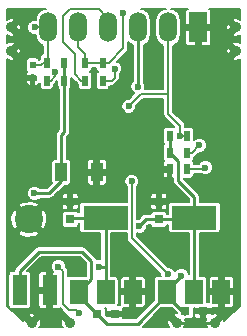
<source format=gbl>
G04 #@! TF.FileFunction,Copper,L2,Bot,Signal*
%FSLAX46Y46*%
G04 Gerber Fmt 4.6, Leading zero omitted, Abs format (unit mm)*
G04 Created by KiCad (PCBNEW 4.0.7-e2-6376~58~ubuntu17.04.1) date Tue Dec 26 12:58:55 2017*
%MOMM*%
%LPD*%
G01*
G04 APERTURE LIST*
%ADD10C,0.100000*%
%ADD11R,1.000000X1.600000*%
%ADD12R,0.500000X0.600000*%
%ADD13R,0.800000X0.750000*%
%ADD14R,0.750000X0.800000*%
%ADD15R,0.500000X0.900000*%
%ADD16R,3.800000X2.000000*%
%ADD17R,1.500000X2.000000*%
%ADD18R,1.270000X2.540000*%
%ADD19R,1.524000X2.524000*%
%ADD20O,1.524000X2.524000*%
%ADD21C,2.400000*%
%ADD22C,0.900000*%
%ADD23C,0.600000*%
%ADD24C,0.250000*%
%ADD25C,0.180000*%
G04 APERTURE END LIST*
D10*
D11*
X151000000Y-119250000D03*
X154000000Y-119250000D03*
D12*
X148590000Y-110194000D03*
X148590000Y-111294000D03*
D13*
X163000000Y-131000000D03*
X161500000Y-131000000D03*
D14*
X159250000Y-121750000D03*
X159250000Y-123250000D03*
D13*
X155500000Y-131250000D03*
X154000000Y-131250000D03*
D14*
X151750000Y-121750000D03*
X151750000Y-123250000D03*
D15*
X151250000Y-110000000D03*
X149750000Y-110000000D03*
X160159000Y-116205000D03*
X161659000Y-116205000D03*
X160159000Y-117602000D03*
X161659000Y-117602000D03*
X151245000Y-111506000D03*
X149745000Y-111506000D03*
X160159000Y-118999000D03*
X161659000Y-118999000D03*
X153000000Y-110000000D03*
X154500000Y-110000000D03*
X153000000Y-111500000D03*
X154500000Y-111500000D03*
D16*
X162250000Y-123100000D03*
D17*
X162250000Y-129400000D03*
X159950000Y-129400000D03*
X164550000Y-129400000D03*
D16*
X154750000Y-123100000D03*
D17*
X154750000Y-129400000D03*
X152450000Y-129400000D03*
X157050000Y-129400000D03*
D18*
X147480000Y-129250000D03*
X150020000Y-129250000D03*
D19*
X162600000Y-107000000D03*
D20*
X160060000Y-107000000D03*
X157520000Y-107000000D03*
X154980000Y-107000000D03*
X152440000Y-107000000D03*
X149900000Y-107000000D03*
D21*
X148250000Y-123250000D03*
D22*
X146750000Y-107000000D03*
X165750000Y-107000000D03*
X146750000Y-109000000D03*
X165750000Y-109000000D03*
X148500000Y-132000000D03*
X164000000Y-132000000D03*
X151750000Y-132000000D03*
X160750000Y-132000000D03*
D23*
X157607000Y-123825000D03*
X148717000Y-121031000D03*
X158966000Y-108949000D03*
X158966000Y-124951000D03*
X150495000Y-113030000D03*
X159131000Y-113919000D03*
X165862000Y-121158000D03*
X155448000Y-125095000D03*
X150622000Y-131318000D03*
X164536000Y-131064000D03*
X156718000Y-131064000D03*
X148750000Y-107000000D03*
X161163000Y-128016000D03*
X154178000Y-127254000D03*
X156250000Y-105750000D03*
X157480000Y-112014000D03*
X156718000Y-113665000D03*
X161036000Y-116205000D03*
X150749000Y-127254000D03*
X152527000Y-131191000D03*
X156972000Y-120015000D03*
X160020000Y-127889000D03*
X162687000Y-116967000D03*
X150495000Y-110744000D03*
X163195000Y-118872000D03*
X155500000Y-110500000D03*
D24*
X151250000Y-110000000D02*
X151250000Y-111501000D01*
X151250000Y-111501000D02*
X151257000Y-111508000D01*
X151257000Y-111508000D02*
X151257000Y-115824000D01*
X151257000Y-115824000D02*
X151000000Y-116081000D01*
X151000000Y-116081000D02*
X151000000Y-119250000D01*
X158182000Y-123250000D02*
X159250000Y-123250000D01*
X157607000Y-123825000D02*
X158182000Y-123250000D01*
X162250000Y-123100000D02*
X162250000Y-121356000D01*
X160909000Y-118352000D02*
X160159000Y-117602000D01*
X160909000Y-120015000D02*
X160909000Y-118352000D01*
X162250000Y-121356000D02*
X160909000Y-120015000D01*
X160159000Y-116205000D02*
X160159000Y-117602000D01*
X159250000Y-123250000D02*
X162100000Y-123250000D01*
X162100000Y-123250000D02*
X162250000Y-123100000D01*
X149987000Y-121031000D02*
X151000000Y-120018000D01*
X148717000Y-121031000D02*
X149987000Y-121031000D01*
X151000000Y-120018000D02*
X151000000Y-119250000D01*
X151000000Y-120018000D02*
X151000000Y-119250000D01*
X162250000Y-129400000D02*
X162250000Y-123100000D01*
X148590000Y-112268000D02*
X149352000Y-113030000D01*
X149352000Y-113030000D02*
X150495000Y-113030000D01*
X148590000Y-112268000D02*
X148590000Y-111294000D01*
X160750000Y-132000000D02*
X163000000Y-132000000D01*
X164000000Y-132000000D02*
X163000000Y-132000000D01*
X163000000Y-132000000D02*
X163000000Y-131000000D01*
X159250000Y-121750000D02*
X159750000Y-121750000D01*
X160159000Y-121341000D02*
X160159000Y-118999000D01*
X159750000Y-121750000D02*
X160159000Y-121341000D01*
X154000000Y-119000000D02*
X154000000Y-119250000D01*
X162600000Y-107000000D02*
X162600000Y-109000000D01*
X165862000Y-112262000D02*
X162600000Y-109000000D01*
X165862000Y-112262000D02*
X165862000Y-121158000D01*
X157927500Y-119186500D02*
X158115000Y-118999000D01*
X158115000Y-118999000D02*
X158115000Y-114935000D01*
X158115000Y-114935000D02*
X159131000Y-113919000D01*
X157921500Y-119186500D02*
X157927500Y-119186500D01*
X160159000Y-118999000D02*
X158109000Y-118999000D01*
X158109000Y-118999000D02*
X157921500Y-119186500D01*
X157921500Y-119186500D02*
X157858000Y-119250000D01*
X164550000Y-129400000D02*
X165494000Y-129400000D01*
X165862000Y-129032000D02*
X165862000Y-121158000D01*
X165494000Y-129400000D02*
X165862000Y-129032000D01*
X159250000Y-121750000D02*
X159250000Y-120642000D01*
X157858000Y-119250000D02*
X154000000Y-119250000D01*
X159250000Y-120642000D02*
X157858000Y-119250000D01*
X151750000Y-121750000D02*
X151554000Y-121750000D01*
X157050000Y-129400000D02*
X157050000Y-126697000D01*
X157050000Y-126697000D02*
X155448000Y-125095000D01*
X154000000Y-119250000D02*
X154000000Y-119500000D01*
X150020000Y-129250000D02*
X150020000Y-130716000D01*
X150020000Y-130716000D02*
X150622000Y-131318000D01*
X164536000Y-131064000D02*
X164550000Y-131050000D01*
X164550000Y-131050000D02*
X164550000Y-129400000D01*
X164550000Y-129400000D02*
X164550000Y-129700000D01*
X157050000Y-129400000D02*
X157050000Y-129700000D01*
D25*
X149750000Y-110000000D02*
X149461000Y-110000000D01*
X149267000Y-110194000D02*
X148590000Y-110194000D01*
X149461000Y-110000000D02*
X149267000Y-110194000D01*
X149900000Y-107000000D02*
X149900000Y-109850000D01*
X149900000Y-109850000D02*
X149750000Y-110000000D01*
X148750000Y-107000000D02*
X149900000Y-107000000D01*
D24*
X159950000Y-129229000D02*
X161163000Y-128016000D01*
X159950000Y-129229000D02*
X159950000Y-129400000D01*
X147480000Y-129250000D02*
X147480000Y-127602000D01*
X153543000Y-128307000D02*
X152450000Y-129400000D01*
X153543000Y-126746000D02*
X153543000Y-128307000D01*
X152781000Y-125984000D02*
X153543000Y-126746000D01*
X149098000Y-125984000D02*
X152781000Y-125984000D01*
X147480000Y-127602000D02*
X149098000Y-125984000D01*
X159950000Y-129400000D02*
X159950000Y-129610000D01*
X159950000Y-129610000D02*
X157480000Y-132080000D01*
X154830000Y-132080000D02*
X154000000Y-131250000D01*
X157480000Y-132080000D02*
X154830000Y-132080000D01*
X159950000Y-129400000D02*
X159950000Y-129700000D01*
X159950000Y-129700000D02*
X161500000Y-131250000D01*
X152450000Y-129400000D02*
X152450000Y-129700000D01*
X152450000Y-129700000D02*
X154000000Y-131250000D01*
X154750000Y-123100000D02*
X151900000Y-123100000D01*
X151900000Y-123100000D02*
X151750000Y-123250000D01*
X154178000Y-127254000D02*
X154750000Y-127254000D01*
X154750000Y-127254000D02*
X154686000Y-127254000D01*
X154686000Y-127254000D02*
X154750000Y-127254000D01*
X154750000Y-129400000D02*
X154750000Y-127254000D01*
X154750000Y-127254000D02*
X154750000Y-123100000D01*
D25*
X154500000Y-110000000D02*
X153000000Y-110000000D01*
X153000000Y-110000000D02*
X153000000Y-109250000D01*
X153000000Y-109250000D02*
X152440000Y-108690000D01*
X152440000Y-108690000D02*
X152440000Y-107000000D01*
X154500000Y-110000000D02*
X155000000Y-110000000D01*
X156250000Y-108750000D02*
X156250000Y-105750000D01*
X155000000Y-110000000D02*
X156250000Y-108750000D01*
X153000000Y-111500000D02*
X152700000Y-111500000D01*
X154150000Y-105450000D02*
X154980000Y-106280000D01*
X151750000Y-105450000D02*
X154150000Y-105450000D01*
X151150000Y-106050000D02*
X151750000Y-105450000D01*
X151150000Y-108250000D02*
X151150000Y-106050000D01*
X152150000Y-109250000D02*
X151150000Y-108250000D01*
X152150000Y-110950000D02*
X152150000Y-109250000D01*
X152700000Y-111500000D02*
X152150000Y-110950000D01*
X154980000Y-106280000D02*
X154980000Y-107000000D01*
X154980000Y-107520000D02*
X154980000Y-107000000D01*
D24*
X157520000Y-111974000D02*
X157520000Y-107000000D01*
X157480000Y-112014000D02*
X157520000Y-111974000D01*
D25*
X157734000Y-112649000D02*
X160060000Y-112649000D01*
X156718000Y-113665000D02*
X157734000Y-112649000D01*
X160060000Y-107000000D02*
X160060000Y-112649000D01*
X160060000Y-112649000D02*
X160060000Y-114340000D01*
X161036000Y-115316000D02*
X161036000Y-116205000D01*
X160060000Y-114340000D02*
X161036000Y-115316000D01*
X161659000Y-116205000D02*
X161036000Y-116205000D01*
X151130000Y-127635000D02*
X150749000Y-127254000D01*
X151130000Y-130429000D02*
X151130000Y-127635000D01*
X151638000Y-130937000D02*
X151130000Y-130429000D01*
X152273000Y-130937000D02*
X151638000Y-130937000D01*
X152527000Y-131191000D02*
X152273000Y-130937000D01*
X156972000Y-124841000D02*
X156972000Y-120015000D01*
X160020000Y-127889000D02*
X156972000Y-124841000D01*
X161659000Y-117602000D02*
X162052000Y-117602000D01*
X162052000Y-117602000D02*
X162687000Y-116967000D01*
X149745000Y-111506000D02*
X150114000Y-111506000D01*
X150495000Y-111125000D02*
X150495000Y-110744000D01*
X150114000Y-111506000D02*
X150495000Y-111125000D01*
X149745000Y-111506000D02*
X149745000Y-111748000D01*
X161659000Y-118999000D02*
X163068000Y-118999000D01*
X163068000Y-118999000D02*
X163195000Y-118872000D01*
X155500000Y-110500000D02*
X155500000Y-111250000D01*
X155500000Y-111250000D02*
X155250000Y-111500000D01*
X155250000Y-111500000D02*
X154500000Y-111500000D01*
G36*
X161645406Y-105449762D02*
X161549762Y-105545405D01*
X161498000Y-105670370D01*
X161498000Y-106705000D01*
X161583000Y-106790000D01*
X162390000Y-106790000D01*
X162390000Y-106770000D01*
X162810000Y-106770000D01*
X162810000Y-106790000D01*
X163617000Y-106790000D01*
X163702000Y-106705000D01*
X163702000Y-105670370D01*
X163650238Y-105545405D01*
X163554594Y-105449762D01*
X163470671Y-105415000D01*
X166085000Y-105415000D01*
X166085000Y-106355497D01*
X166037180Y-106247457D01*
X165727334Y-106194842D01*
X165462820Y-106247457D01*
X165411159Y-106364175D01*
X165750000Y-106703015D01*
X165764142Y-106688873D01*
X166061127Y-106985858D01*
X166046985Y-107000000D01*
X166061127Y-107014142D01*
X165764142Y-107311127D01*
X165750000Y-107296985D01*
X165411159Y-107635825D01*
X165462820Y-107752543D01*
X165772666Y-107805158D01*
X166037180Y-107752543D01*
X166085000Y-107644503D01*
X166085000Y-108355497D01*
X166037180Y-108247457D01*
X165727334Y-108194842D01*
X165462820Y-108247457D01*
X165411159Y-108364175D01*
X165750000Y-108703015D01*
X165764142Y-108688873D01*
X166061127Y-108985858D01*
X166046985Y-109000000D01*
X166061127Y-109014142D01*
X165764142Y-109311127D01*
X165750000Y-109296985D01*
X165411159Y-109635825D01*
X165462820Y-109752543D01*
X165772666Y-109805158D01*
X166037180Y-109752543D01*
X166085000Y-109644503D01*
X166085000Y-130578102D01*
X164785350Y-131877752D01*
X164752543Y-131712820D01*
X164635825Y-131661159D01*
X164296985Y-132000000D01*
X164311127Y-132014142D01*
X164014142Y-132311127D01*
X164000000Y-132296985D01*
X163985858Y-132311127D01*
X163688873Y-132014142D01*
X163703015Y-132000000D01*
X163688873Y-131985858D01*
X163985858Y-131688873D01*
X164000000Y-131703015D01*
X164338841Y-131364175D01*
X164287180Y-131247457D01*
X163977334Y-131194842D01*
X163714602Y-131247102D01*
X163655000Y-131187500D01*
X163200000Y-131187500D01*
X163200000Y-131630000D01*
X163271970Y-131701970D01*
X163247457Y-131712820D01*
X163194842Y-132022666D01*
X163247457Y-132287180D01*
X163355497Y-132335000D01*
X161394503Y-132335000D01*
X161502543Y-132287180D01*
X161555158Y-131977334D01*
X161504301Y-131721660D01*
X161900000Y-131721660D01*
X162025996Y-131697952D01*
X162141716Y-131623489D01*
X162219348Y-131509870D01*
X162246660Y-131375000D01*
X162246660Y-131272500D01*
X162260000Y-131272500D01*
X162260000Y-131442630D01*
X162311762Y-131567595D01*
X162407406Y-131663238D01*
X162532370Y-131715000D01*
X162715000Y-131715000D01*
X162800000Y-131630000D01*
X162800000Y-131187500D01*
X162345000Y-131187500D01*
X162260000Y-131272500D01*
X162246660Y-131272500D01*
X162246660Y-130746660D01*
X162279160Y-130746660D01*
X162345000Y-130812500D01*
X162800000Y-130812500D01*
X162800000Y-130770000D01*
X163200000Y-130770000D01*
X163200000Y-130812500D01*
X163655000Y-130812500D01*
X163728926Y-130738574D01*
X163732370Y-130740000D01*
X164255000Y-130740000D01*
X164340000Y-130655000D01*
X164340000Y-129610000D01*
X164760000Y-129610000D01*
X164760000Y-130655000D01*
X164845000Y-130740000D01*
X165367630Y-130740000D01*
X165492595Y-130688238D01*
X165588238Y-130592594D01*
X165640000Y-130467630D01*
X165640000Y-129695000D01*
X165555000Y-129610000D01*
X164760000Y-129610000D01*
X164340000Y-129610000D01*
X163545000Y-129610000D01*
X163460000Y-129695000D01*
X163460000Y-130285000D01*
X163346660Y-130285000D01*
X163346660Y-128400000D01*
X163333935Y-128332370D01*
X163460000Y-128332370D01*
X163460000Y-129105000D01*
X163545000Y-129190000D01*
X164340000Y-129190000D01*
X164340000Y-128145000D01*
X164760000Y-128145000D01*
X164760000Y-129190000D01*
X165555000Y-129190000D01*
X165640000Y-129105000D01*
X165640000Y-128332370D01*
X165588238Y-128207406D01*
X165492595Y-128111762D01*
X165367630Y-128060000D01*
X164845000Y-128060000D01*
X164760000Y-128145000D01*
X164340000Y-128145000D01*
X164255000Y-128060000D01*
X163732370Y-128060000D01*
X163607405Y-128111762D01*
X163511762Y-128207406D01*
X163460000Y-128332370D01*
X163333935Y-128332370D01*
X163322952Y-128274004D01*
X163248489Y-128158284D01*
X163134870Y-128080652D01*
X163000000Y-128053340D01*
X162715000Y-128053340D01*
X162715000Y-124446660D01*
X164150000Y-124446660D01*
X164275996Y-124422952D01*
X164391716Y-124348489D01*
X164469348Y-124234870D01*
X164496660Y-124100000D01*
X164496660Y-122100000D01*
X164472952Y-121974004D01*
X164398489Y-121858284D01*
X164284870Y-121780652D01*
X164150000Y-121753340D01*
X162715000Y-121753340D01*
X162715000Y-121356000D01*
X162679604Y-121178052D01*
X162578805Y-121027195D01*
X162578802Y-121027193D01*
X161374000Y-119822390D01*
X161374000Y-119788572D01*
X161409000Y-119795660D01*
X161909000Y-119795660D01*
X162034996Y-119771952D01*
X162150716Y-119697489D01*
X162228348Y-119583870D01*
X162255660Y-119449000D01*
X162255660Y-119429000D01*
X162867521Y-119429000D01*
X163067138Y-119511888D01*
X163321745Y-119512111D01*
X163557057Y-119414882D01*
X163737249Y-119235004D01*
X163834888Y-118999862D01*
X163835111Y-118745255D01*
X163737882Y-118509943D01*
X163558004Y-118329751D01*
X163322862Y-118232112D01*
X163068255Y-118231889D01*
X162832943Y-118329118D01*
X162652751Y-118508996D01*
X162627835Y-118569000D01*
X162255660Y-118569000D01*
X162255660Y-118549000D01*
X162231952Y-118423004D01*
X162157489Y-118307284D01*
X162149082Y-118301540D01*
X162150716Y-118300489D01*
X162228348Y-118186870D01*
X162255660Y-118052000D01*
X162255660Y-117973138D01*
X162356056Y-117906056D01*
X162655140Y-117606972D01*
X162813745Y-117607111D01*
X163049057Y-117509882D01*
X163229249Y-117330004D01*
X163326888Y-117094862D01*
X163327111Y-116840255D01*
X163229882Y-116604943D01*
X163050004Y-116424751D01*
X162814862Y-116327112D01*
X162560255Y-116326889D01*
X162324943Y-116424118D01*
X162255660Y-116493280D01*
X162255660Y-115755000D01*
X162231952Y-115629004D01*
X162157489Y-115513284D01*
X162043870Y-115435652D01*
X161909000Y-115408340D01*
X161466000Y-115408340D01*
X161466000Y-115316000D01*
X161433268Y-115151446D01*
X161340056Y-115011944D01*
X160490000Y-114161888D01*
X160490000Y-109022666D01*
X164944842Y-109022666D01*
X164997457Y-109287180D01*
X165114175Y-109338841D01*
X165453015Y-109000000D01*
X165114175Y-108661159D01*
X164997457Y-108712820D01*
X164944842Y-109022666D01*
X160490000Y-109022666D01*
X160490000Y-108543965D01*
X160839232Y-108310617D01*
X161078115Y-107953102D01*
X161162000Y-107531385D01*
X161162000Y-107295000D01*
X161498000Y-107295000D01*
X161498000Y-108329630D01*
X161549762Y-108454595D01*
X161645406Y-108550238D01*
X161770370Y-108602000D01*
X162305000Y-108602000D01*
X162390000Y-108517000D01*
X162390000Y-107210000D01*
X162810000Y-107210000D01*
X162810000Y-108517000D01*
X162895000Y-108602000D01*
X163429630Y-108602000D01*
X163554594Y-108550238D01*
X163650238Y-108454595D01*
X163702000Y-108329630D01*
X163702000Y-107295000D01*
X163617000Y-107210000D01*
X162810000Y-107210000D01*
X162390000Y-107210000D01*
X161583000Y-107210000D01*
X161498000Y-107295000D01*
X161162000Y-107295000D01*
X161162000Y-107022666D01*
X164944842Y-107022666D01*
X164997457Y-107287180D01*
X165114175Y-107338841D01*
X165453015Y-107000000D01*
X165114175Y-106661159D01*
X164997457Y-106712820D01*
X164944842Y-107022666D01*
X161162000Y-107022666D01*
X161162000Y-106468615D01*
X161078115Y-106046898D01*
X160839232Y-105689383D01*
X160481717Y-105450500D01*
X160303247Y-105415000D01*
X161729329Y-105415000D01*
X161645406Y-105449762D01*
X161645406Y-105449762D01*
G37*
X161645406Y-105449762D02*
X161549762Y-105545405D01*
X161498000Y-105670370D01*
X161498000Y-106705000D01*
X161583000Y-106790000D01*
X162390000Y-106790000D01*
X162390000Y-106770000D01*
X162810000Y-106770000D01*
X162810000Y-106790000D01*
X163617000Y-106790000D01*
X163702000Y-106705000D01*
X163702000Y-105670370D01*
X163650238Y-105545405D01*
X163554594Y-105449762D01*
X163470671Y-105415000D01*
X166085000Y-105415000D01*
X166085000Y-106355497D01*
X166037180Y-106247457D01*
X165727334Y-106194842D01*
X165462820Y-106247457D01*
X165411159Y-106364175D01*
X165750000Y-106703015D01*
X165764142Y-106688873D01*
X166061127Y-106985858D01*
X166046985Y-107000000D01*
X166061127Y-107014142D01*
X165764142Y-107311127D01*
X165750000Y-107296985D01*
X165411159Y-107635825D01*
X165462820Y-107752543D01*
X165772666Y-107805158D01*
X166037180Y-107752543D01*
X166085000Y-107644503D01*
X166085000Y-108355497D01*
X166037180Y-108247457D01*
X165727334Y-108194842D01*
X165462820Y-108247457D01*
X165411159Y-108364175D01*
X165750000Y-108703015D01*
X165764142Y-108688873D01*
X166061127Y-108985858D01*
X166046985Y-109000000D01*
X166061127Y-109014142D01*
X165764142Y-109311127D01*
X165750000Y-109296985D01*
X165411159Y-109635825D01*
X165462820Y-109752543D01*
X165772666Y-109805158D01*
X166037180Y-109752543D01*
X166085000Y-109644503D01*
X166085000Y-130578102D01*
X164785350Y-131877752D01*
X164752543Y-131712820D01*
X164635825Y-131661159D01*
X164296985Y-132000000D01*
X164311127Y-132014142D01*
X164014142Y-132311127D01*
X164000000Y-132296985D01*
X163985858Y-132311127D01*
X163688873Y-132014142D01*
X163703015Y-132000000D01*
X163688873Y-131985858D01*
X163985858Y-131688873D01*
X164000000Y-131703015D01*
X164338841Y-131364175D01*
X164287180Y-131247457D01*
X163977334Y-131194842D01*
X163714602Y-131247102D01*
X163655000Y-131187500D01*
X163200000Y-131187500D01*
X163200000Y-131630000D01*
X163271970Y-131701970D01*
X163247457Y-131712820D01*
X163194842Y-132022666D01*
X163247457Y-132287180D01*
X163355497Y-132335000D01*
X161394503Y-132335000D01*
X161502543Y-132287180D01*
X161555158Y-131977334D01*
X161504301Y-131721660D01*
X161900000Y-131721660D01*
X162025996Y-131697952D01*
X162141716Y-131623489D01*
X162219348Y-131509870D01*
X162246660Y-131375000D01*
X162246660Y-131272500D01*
X162260000Y-131272500D01*
X162260000Y-131442630D01*
X162311762Y-131567595D01*
X162407406Y-131663238D01*
X162532370Y-131715000D01*
X162715000Y-131715000D01*
X162800000Y-131630000D01*
X162800000Y-131187500D01*
X162345000Y-131187500D01*
X162260000Y-131272500D01*
X162246660Y-131272500D01*
X162246660Y-130746660D01*
X162279160Y-130746660D01*
X162345000Y-130812500D01*
X162800000Y-130812500D01*
X162800000Y-130770000D01*
X163200000Y-130770000D01*
X163200000Y-130812500D01*
X163655000Y-130812500D01*
X163728926Y-130738574D01*
X163732370Y-130740000D01*
X164255000Y-130740000D01*
X164340000Y-130655000D01*
X164340000Y-129610000D01*
X164760000Y-129610000D01*
X164760000Y-130655000D01*
X164845000Y-130740000D01*
X165367630Y-130740000D01*
X165492595Y-130688238D01*
X165588238Y-130592594D01*
X165640000Y-130467630D01*
X165640000Y-129695000D01*
X165555000Y-129610000D01*
X164760000Y-129610000D01*
X164340000Y-129610000D01*
X163545000Y-129610000D01*
X163460000Y-129695000D01*
X163460000Y-130285000D01*
X163346660Y-130285000D01*
X163346660Y-128400000D01*
X163333935Y-128332370D01*
X163460000Y-128332370D01*
X163460000Y-129105000D01*
X163545000Y-129190000D01*
X164340000Y-129190000D01*
X164340000Y-128145000D01*
X164760000Y-128145000D01*
X164760000Y-129190000D01*
X165555000Y-129190000D01*
X165640000Y-129105000D01*
X165640000Y-128332370D01*
X165588238Y-128207406D01*
X165492595Y-128111762D01*
X165367630Y-128060000D01*
X164845000Y-128060000D01*
X164760000Y-128145000D01*
X164340000Y-128145000D01*
X164255000Y-128060000D01*
X163732370Y-128060000D01*
X163607405Y-128111762D01*
X163511762Y-128207406D01*
X163460000Y-128332370D01*
X163333935Y-128332370D01*
X163322952Y-128274004D01*
X163248489Y-128158284D01*
X163134870Y-128080652D01*
X163000000Y-128053340D01*
X162715000Y-128053340D01*
X162715000Y-124446660D01*
X164150000Y-124446660D01*
X164275996Y-124422952D01*
X164391716Y-124348489D01*
X164469348Y-124234870D01*
X164496660Y-124100000D01*
X164496660Y-122100000D01*
X164472952Y-121974004D01*
X164398489Y-121858284D01*
X164284870Y-121780652D01*
X164150000Y-121753340D01*
X162715000Y-121753340D01*
X162715000Y-121356000D01*
X162679604Y-121178052D01*
X162578805Y-121027195D01*
X162578802Y-121027193D01*
X161374000Y-119822390D01*
X161374000Y-119788572D01*
X161409000Y-119795660D01*
X161909000Y-119795660D01*
X162034996Y-119771952D01*
X162150716Y-119697489D01*
X162228348Y-119583870D01*
X162255660Y-119449000D01*
X162255660Y-119429000D01*
X162867521Y-119429000D01*
X163067138Y-119511888D01*
X163321745Y-119512111D01*
X163557057Y-119414882D01*
X163737249Y-119235004D01*
X163834888Y-118999862D01*
X163835111Y-118745255D01*
X163737882Y-118509943D01*
X163558004Y-118329751D01*
X163322862Y-118232112D01*
X163068255Y-118231889D01*
X162832943Y-118329118D01*
X162652751Y-118508996D01*
X162627835Y-118569000D01*
X162255660Y-118569000D01*
X162255660Y-118549000D01*
X162231952Y-118423004D01*
X162157489Y-118307284D01*
X162149082Y-118301540D01*
X162150716Y-118300489D01*
X162228348Y-118186870D01*
X162255660Y-118052000D01*
X162255660Y-117973138D01*
X162356056Y-117906056D01*
X162655140Y-117606972D01*
X162813745Y-117607111D01*
X163049057Y-117509882D01*
X163229249Y-117330004D01*
X163326888Y-117094862D01*
X163327111Y-116840255D01*
X163229882Y-116604943D01*
X163050004Y-116424751D01*
X162814862Y-116327112D01*
X162560255Y-116326889D01*
X162324943Y-116424118D01*
X162255660Y-116493280D01*
X162255660Y-115755000D01*
X162231952Y-115629004D01*
X162157489Y-115513284D01*
X162043870Y-115435652D01*
X161909000Y-115408340D01*
X161466000Y-115408340D01*
X161466000Y-115316000D01*
X161433268Y-115151446D01*
X161340056Y-115011944D01*
X160490000Y-114161888D01*
X160490000Y-109022666D01*
X164944842Y-109022666D01*
X164997457Y-109287180D01*
X165114175Y-109338841D01*
X165453015Y-109000000D01*
X165114175Y-108661159D01*
X164997457Y-108712820D01*
X164944842Y-109022666D01*
X160490000Y-109022666D01*
X160490000Y-108543965D01*
X160839232Y-108310617D01*
X161078115Y-107953102D01*
X161162000Y-107531385D01*
X161162000Y-107295000D01*
X161498000Y-107295000D01*
X161498000Y-108329630D01*
X161549762Y-108454595D01*
X161645406Y-108550238D01*
X161770370Y-108602000D01*
X162305000Y-108602000D01*
X162390000Y-108517000D01*
X162390000Y-107210000D01*
X162810000Y-107210000D01*
X162810000Y-108517000D01*
X162895000Y-108602000D01*
X163429630Y-108602000D01*
X163554594Y-108550238D01*
X163650238Y-108454595D01*
X163702000Y-108329630D01*
X163702000Y-107295000D01*
X163617000Y-107210000D01*
X162810000Y-107210000D01*
X162390000Y-107210000D01*
X161583000Y-107210000D01*
X161498000Y-107295000D01*
X161162000Y-107295000D01*
X161162000Y-107022666D01*
X164944842Y-107022666D01*
X164997457Y-107287180D01*
X165114175Y-107338841D01*
X165453015Y-107000000D01*
X165114175Y-106661159D01*
X164997457Y-106712820D01*
X164944842Y-107022666D01*
X161162000Y-107022666D01*
X161162000Y-106468615D01*
X161078115Y-106046898D01*
X160839232Y-105689383D01*
X160481717Y-105450500D01*
X160303247Y-105415000D01*
X161729329Y-105415000D01*
X161645406Y-105449762D01*
G36*
X153078000Y-126938609D02*
X153078000Y-128053340D01*
X151700000Y-128053340D01*
X151574004Y-128077048D01*
X151560000Y-128086059D01*
X151560000Y-127635000D01*
X151527268Y-127470446D01*
X151434056Y-127330944D01*
X151388972Y-127285860D01*
X151389111Y-127127255D01*
X151291882Y-126891943D01*
X151112004Y-126711751D01*
X150876862Y-126614112D01*
X150622255Y-126613889D01*
X150386943Y-126711118D01*
X150206751Y-126890996D01*
X150109112Y-127126138D01*
X150108889Y-127380745D01*
X150206118Y-127616057D01*
X150272473Y-127682527D01*
X150230000Y-127725000D01*
X150230000Y-129040000D01*
X150250000Y-129040000D01*
X150250000Y-129460000D01*
X150230000Y-129460000D01*
X150230000Y-130775000D01*
X150315000Y-130860000D01*
X150722630Y-130860000D01*
X150847594Y-130808238D01*
X150874360Y-130781472D01*
X151333944Y-131241056D01*
X151435592Y-131308975D01*
X151411159Y-131364175D01*
X151750000Y-131703015D01*
X151764142Y-131688873D01*
X152061127Y-131985858D01*
X152046985Y-132000000D01*
X152061127Y-132014142D01*
X151764142Y-132311127D01*
X151750000Y-132296985D01*
X151735858Y-132311127D01*
X151438873Y-132014142D01*
X151453015Y-132000000D01*
X151114175Y-131661159D01*
X150997457Y-131712820D01*
X150944842Y-132022666D01*
X150997457Y-132287180D01*
X151105497Y-132335000D01*
X149144503Y-132335000D01*
X149252543Y-132287180D01*
X149305158Y-131977334D01*
X149252543Y-131712820D01*
X149135825Y-131661159D01*
X148796985Y-132000000D01*
X148811127Y-132014142D01*
X148514142Y-132311127D01*
X148500000Y-132296985D01*
X148485858Y-132311127D01*
X148188873Y-132014142D01*
X148203015Y-132000000D01*
X147864175Y-131661159D01*
X147747457Y-131712820D01*
X147718753Y-131881855D01*
X147201073Y-131364175D01*
X148161159Y-131364175D01*
X148500000Y-131703015D01*
X148838841Y-131364175D01*
X148787180Y-131247457D01*
X148477334Y-131194842D01*
X148212820Y-131247457D01*
X148161159Y-131364175D01*
X147201073Y-131364175D01*
X146603151Y-130766253D01*
X146710130Y-130839348D01*
X146845000Y-130866660D01*
X148115000Y-130866660D01*
X148240996Y-130842952D01*
X148356716Y-130768489D01*
X148434348Y-130654870D01*
X148461660Y-130520000D01*
X148461660Y-129545000D01*
X149045000Y-129545000D01*
X149045000Y-130587630D01*
X149096762Y-130712595D01*
X149192406Y-130808238D01*
X149317370Y-130860000D01*
X149725000Y-130860000D01*
X149810000Y-130775000D01*
X149810000Y-129460000D01*
X149130000Y-129460000D01*
X149045000Y-129545000D01*
X148461660Y-129545000D01*
X148461660Y-127980000D01*
X148448935Y-127912370D01*
X149045000Y-127912370D01*
X149045000Y-128955000D01*
X149130000Y-129040000D01*
X149810000Y-129040000D01*
X149810000Y-127725000D01*
X149725000Y-127640000D01*
X149317370Y-127640000D01*
X149192406Y-127691762D01*
X149096762Y-127787405D01*
X149045000Y-127912370D01*
X148448935Y-127912370D01*
X148437952Y-127854004D01*
X148363489Y-127738284D01*
X148249870Y-127660652D01*
X148115000Y-127633340D01*
X148106270Y-127633340D01*
X149290609Y-126449000D01*
X152588390Y-126449000D01*
X153078000Y-126938609D01*
X153078000Y-126938609D01*
G37*
X153078000Y-126938609D02*
X153078000Y-128053340D01*
X151700000Y-128053340D01*
X151574004Y-128077048D01*
X151560000Y-128086059D01*
X151560000Y-127635000D01*
X151527268Y-127470446D01*
X151434056Y-127330944D01*
X151388972Y-127285860D01*
X151389111Y-127127255D01*
X151291882Y-126891943D01*
X151112004Y-126711751D01*
X150876862Y-126614112D01*
X150622255Y-126613889D01*
X150386943Y-126711118D01*
X150206751Y-126890996D01*
X150109112Y-127126138D01*
X150108889Y-127380745D01*
X150206118Y-127616057D01*
X150272473Y-127682527D01*
X150230000Y-127725000D01*
X150230000Y-129040000D01*
X150250000Y-129040000D01*
X150250000Y-129460000D01*
X150230000Y-129460000D01*
X150230000Y-130775000D01*
X150315000Y-130860000D01*
X150722630Y-130860000D01*
X150847594Y-130808238D01*
X150874360Y-130781472D01*
X151333944Y-131241056D01*
X151435592Y-131308975D01*
X151411159Y-131364175D01*
X151750000Y-131703015D01*
X151764142Y-131688873D01*
X152061127Y-131985858D01*
X152046985Y-132000000D01*
X152061127Y-132014142D01*
X151764142Y-132311127D01*
X151750000Y-132296985D01*
X151735858Y-132311127D01*
X151438873Y-132014142D01*
X151453015Y-132000000D01*
X151114175Y-131661159D01*
X150997457Y-131712820D01*
X150944842Y-132022666D01*
X150997457Y-132287180D01*
X151105497Y-132335000D01*
X149144503Y-132335000D01*
X149252543Y-132287180D01*
X149305158Y-131977334D01*
X149252543Y-131712820D01*
X149135825Y-131661159D01*
X148796985Y-132000000D01*
X148811127Y-132014142D01*
X148514142Y-132311127D01*
X148500000Y-132296985D01*
X148485858Y-132311127D01*
X148188873Y-132014142D01*
X148203015Y-132000000D01*
X147864175Y-131661159D01*
X147747457Y-131712820D01*
X147718753Y-131881855D01*
X147201073Y-131364175D01*
X148161159Y-131364175D01*
X148500000Y-131703015D01*
X148838841Y-131364175D01*
X148787180Y-131247457D01*
X148477334Y-131194842D01*
X148212820Y-131247457D01*
X148161159Y-131364175D01*
X147201073Y-131364175D01*
X146603151Y-130766253D01*
X146710130Y-130839348D01*
X146845000Y-130866660D01*
X148115000Y-130866660D01*
X148240996Y-130842952D01*
X148356716Y-130768489D01*
X148434348Y-130654870D01*
X148461660Y-130520000D01*
X148461660Y-129545000D01*
X149045000Y-129545000D01*
X149045000Y-130587630D01*
X149096762Y-130712595D01*
X149192406Y-130808238D01*
X149317370Y-130860000D01*
X149725000Y-130860000D01*
X149810000Y-130775000D01*
X149810000Y-129460000D01*
X149130000Y-129460000D01*
X149045000Y-129545000D01*
X148461660Y-129545000D01*
X148461660Y-127980000D01*
X148448935Y-127912370D01*
X149045000Y-127912370D01*
X149045000Y-128955000D01*
X149130000Y-129040000D01*
X149810000Y-129040000D01*
X149810000Y-127725000D01*
X149725000Y-127640000D01*
X149317370Y-127640000D01*
X149192406Y-127691762D01*
X149096762Y-127787405D01*
X149045000Y-127912370D01*
X148448935Y-127912370D01*
X148437952Y-127854004D01*
X148363489Y-127738284D01*
X148249870Y-127660652D01*
X148115000Y-127633340D01*
X148106270Y-127633340D01*
X149290609Y-126449000D01*
X152588390Y-126449000D01*
X153078000Y-126938609D01*
G36*
X160753340Y-131160950D02*
X160753340Y-131199258D01*
X160727334Y-131194842D01*
X160462820Y-131247457D01*
X160411159Y-131364175D01*
X160750000Y-131703015D01*
X160764142Y-131688873D01*
X161061127Y-131985858D01*
X161046985Y-132000000D01*
X161061127Y-132014142D01*
X160764142Y-132311127D01*
X160750000Y-132296985D01*
X160735858Y-132311127D01*
X160438873Y-132014142D01*
X160453015Y-132000000D01*
X160114175Y-131661159D01*
X159997457Y-131712820D01*
X159944842Y-132022666D01*
X159997457Y-132287180D01*
X160105497Y-132335000D01*
X157882610Y-132335000D01*
X159470949Y-130746660D01*
X160339050Y-130746660D01*
X160753340Y-131160950D01*
X160753340Y-131160950D01*
G37*
X160753340Y-131160950D02*
X160753340Y-131199258D01*
X160727334Y-131194842D01*
X160462820Y-131247457D01*
X160411159Y-131364175D01*
X160750000Y-131703015D01*
X160764142Y-131688873D01*
X161061127Y-131985858D01*
X161046985Y-132000000D01*
X161061127Y-132014142D01*
X160764142Y-132311127D01*
X160750000Y-132296985D01*
X160735858Y-132311127D01*
X160438873Y-132014142D01*
X160453015Y-132000000D01*
X160114175Y-131661159D01*
X159997457Y-131712820D01*
X159944842Y-132022666D01*
X159997457Y-132287180D01*
X160105497Y-132335000D01*
X157882610Y-132335000D01*
X159470949Y-130746660D01*
X160339050Y-130746660D01*
X160753340Y-131160950D01*
G36*
X156542000Y-124841000D02*
X156574732Y-125005554D01*
X156667944Y-125145056D01*
X159380028Y-127857140D01*
X159379889Y-128015745D01*
X159395423Y-128053340D01*
X159200000Y-128053340D01*
X159074004Y-128077048D01*
X158958284Y-128151511D01*
X158880652Y-128265130D01*
X158853340Y-128400000D01*
X158853340Y-130049051D01*
X157287390Y-131615000D01*
X156240000Y-131615000D01*
X156240000Y-131522500D01*
X156155000Y-131437500D01*
X155700000Y-131437500D01*
X155700000Y-131480000D01*
X155300000Y-131480000D01*
X155300000Y-131437500D01*
X154845109Y-131437500D01*
X154746660Y-131339051D01*
X154746660Y-130875000D01*
X154722952Y-130749004D01*
X154721444Y-130746660D01*
X154785147Y-130746660D01*
X154760000Y-130807370D01*
X154760000Y-130977500D01*
X154845000Y-131062500D01*
X155300000Y-131062500D01*
X155300000Y-131020000D01*
X155700000Y-131020000D01*
X155700000Y-131062500D01*
X156155000Y-131062500D01*
X156240000Y-130977500D01*
X156240000Y-130807370D01*
X156207895Y-130729862D01*
X156232370Y-130740000D01*
X156755000Y-130740000D01*
X156840000Y-130655000D01*
X156840000Y-129610000D01*
X157260000Y-129610000D01*
X157260000Y-130655000D01*
X157345000Y-130740000D01*
X157867630Y-130740000D01*
X157992595Y-130688238D01*
X158088238Y-130592594D01*
X158140000Y-130467630D01*
X158140000Y-129695000D01*
X158055000Y-129610000D01*
X157260000Y-129610000D01*
X156840000Y-129610000D01*
X156045000Y-129610000D01*
X155960000Y-129695000D01*
X155960000Y-130467630D01*
X155992105Y-130545138D01*
X155967630Y-130535000D01*
X155819259Y-130535000D01*
X155819348Y-130534870D01*
X155846660Y-130400000D01*
X155846660Y-128400000D01*
X155833935Y-128332370D01*
X155960000Y-128332370D01*
X155960000Y-129105000D01*
X156045000Y-129190000D01*
X156840000Y-129190000D01*
X156840000Y-128145000D01*
X157260000Y-128145000D01*
X157260000Y-129190000D01*
X158055000Y-129190000D01*
X158140000Y-129105000D01*
X158140000Y-128332370D01*
X158088238Y-128207406D01*
X157992595Y-128111762D01*
X157867630Y-128060000D01*
X157345000Y-128060000D01*
X157260000Y-128145000D01*
X156840000Y-128145000D01*
X156755000Y-128060000D01*
X156232370Y-128060000D01*
X156107405Y-128111762D01*
X156011762Y-128207406D01*
X155960000Y-128332370D01*
X155833935Y-128332370D01*
X155822952Y-128274004D01*
X155748489Y-128158284D01*
X155634870Y-128080652D01*
X155500000Y-128053340D01*
X155215000Y-128053340D01*
X155215000Y-124446660D01*
X156542000Y-124446660D01*
X156542000Y-124841000D01*
X156542000Y-124841000D01*
G37*
X156542000Y-124841000D02*
X156574732Y-125005554D01*
X156667944Y-125145056D01*
X159380028Y-127857140D01*
X159379889Y-128015745D01*
X159395423Y-128053340D01*
X159200000Y-128053340D01*
X159074004Y-128077048D01*
X158958284Y-128151511D01*
X158880652Y-128265130D01*
X158853340Y-128400000D01*
X158853340Y-130049051D01*
X157287390Y-131615000D01*
X156240000Y-131615000D01*
X156240000Y-131522500D01*
X156155000Y-131437500D01*
X155700000Y-131437500D01*
X155700000Y-131480000D01*
X155300000Y-131480000D01*
X155300000Y-131437500D01*
X154845109Y-131437500D01*
X154746660Y-131339051D01*
X154746660Y-130875000D01*
X154722952Y-130749004D01*
X154721444Y-130746660D01*
X154785147Y-130746660D01*
X154760000Y-130807370D01*
X154760000Y-130977500D01*
X154845000Y-131062500D01*
X155300000Y-131062500D01*
X155300000Y-131020000D01*
X155700000Y-131020000D01*
X155700000Y-131062500D01*
X156155000Y-131062500D01*
X156240000Y-130977500D01*
X156240000Y-130807370D01*
X156207895Y-130729862D01*
X156232370Y-130740000D01*
X156755000Y-130740000D01*
X156840000Y-130655000D01*
X156840000Y-129610000D01*
X157260000Y-129610000D01*
X157260000Y-130655000D01*
X157345000Y-130740000D01*
X157867630Y-130740000D01*
X157992595Y-130688238D01*
X158088238Y-130592594D01*
X158140000Y-130467630D01*
X158140000Y-129695000D01*
X158055000Y-129610000D01*
X157260000Y-129610000D01*
X156840000Y-129610000D01*
X156045000Y-129610000D01*
X155960000Y-129695000D01*
X155960000Y-130467630D01*
X155992105Y-130545138D01*
X155967630Y-130535000D01*
X155819259Y-130535000D01*
X155819348Y-130534870D01*
X155846660Y-130400000D01*
X155846660Y-128400000D01*
X155833935Y-128332370D01*
X155960000Y-128332370D01*
X155960000Y-129105000D01*
X156045000Y-129190000D01*
X156840000Y-129190000D01*
X156840000Y-128145000D01*
X157260000Y-128145000D01*
X157260000Y-129190000D01*
X158055000Y-129190000D01*
X158140000Y-129105000D01*
X158140000Y-128332370D01*
X158088238Y-128207406D01*
X157992595Y-128111762D01*
X157867630Y-128060000D01*
X157345000Y-128060000D01*
X157260000Y-128145000D01*
X156840000Y-128145000D01*
X156755000Y-128060000D01*
X156232370Y-128060000D01*
X156107405Y-128111762D01*
X156011762Y-128207406D01*
X155960000Y-128332370D01*
X155833935Y-128332370D01*
X155822952Y-128274004D01*
X155748489Y-128158284D01*
X155634870Y-128080652D01*
X155500000Y-128053340D01*
X155215000Y-128053340D01*
X155215000Y-124446660D01*
X156542000Y-124446660D01*
X156542000Y-124841000D01*
G36*
X149478283Y-105450500D02*
X149120768Y-105689383D01*
X148881885Y-106046898D01*
X148819593Y-106360061D01*
X148623255Y-106359889D01*
X148387943Y-106457118D01*
X148207751Y-106636996D01*
X148110112Y-106872138D01*
X148109889Y-107126745D01*
X148207118Y-107362057D01*
X148386996Y-107542249D01*
X148622138Y-107639888D01*
X148819617Y-107640061D01*
X148881885Y-107953102D01*
X149120768Y-108310617D01*
X149470000Y-108543965D01*
X149470000Y-109208985D01*
X149374004Y-109227048D01*
X149258284Y-109301511D01*
X149180652Y-109415130D01*
X149153340Y-109550000D01*
X149153340Y-109699548D01*
X149132386Y-109720502D01*
X149088489Y-109652284D01*
X148974870Y-109574652D01*
X148840000Y-109547340D01*
X148340000Y-109547340D01*
X148214004Y-109571048D01*
X148098284Y-109645511D01*
X148020652Y-109759130D01*
X147993340Y-109894000D01*
X147993340Y-110494000D01*
X148017048Y-110619996D01*
X148091511Y-110735716D01*
X148106922Y-110746246D01*
X148051762Y-110801406D01*
X148000000Y-110926370D01*
X148000000Y-111059000D01*
X148085000Y-111144000D01*
X148465000Y-111144000D01*
X148465000Y-111064000D01*
X148715000Y-111064000D01*
X148715000Y-111144000D01*
X148820000Y-111144000D01*
X148820000Y-111444000D01*
X148715000Y-111444000D01*
X148715000Y-111849000D01*
X148800000Y-111934000D01*
X148907630Y-111934000D01*
X149032595Y-111882238D01*
X149128238Y-111786594D01*
X149148340Y-111738064D01*
X149148340Y-111956000D01*
X149172048Y-112081996D01*
X149246511Y-112197716D01*
X149360130Y-112275348D01*
X149495000Y-112302660D01*
X149995000Y-112302660D01*
X150120996Y-112278952D01*
X150236716Y-112204489D01*
X150314348Y-112090870D01*
X150341660Y-111956000D01*
X150341660Y-111861102D01*
X150418056Y-111810056D01*
X150648340Y-111579772D01*
X150648340Y-111956000D01*
X150672048Y-112081996D01*
X150746511Y-112197716D01*
X150792000Y-112228797D01*
X150792000Y-115631390D01*
X150671195Y-115752195D01*
X150570396Y-115903052D01*
X150535000Y-116081000D01*
X150535000Y-118103340D01*
X150500000Y-118103340D01*
X150374004Y-118127048D01*
X150258284Y-118201511D01*
X150180652Y-118315130D01*
X150153340Y-118450000D01*
X150153340Y-120050000D01*
X150177048Y-120175996D01*
X150179924Y-120180466D01*
X149794390Y-120566000D01*
X149157118Y-120566000D01*
X149080004Y-120488751D01*
X148844862Y-120391112D01*
X148590255Y-120390889D01*
X148354943Y-120488118D01*
X148174751Y-120667996D01*
X148077112Y-120903138D01*
X148076889Y-121157745D01*
X148174118Y-121393057D01*
X148353996Y-121573249D01*
X148589138Y-121670888D01*
X148843745Y-121671111D01*
X149079057Y-121573882D01*
X149157075Y-121496000D01*
X149987000Y-121496000D01*
X150164948Y-121460604D01*
X150315805Y-121359805D01*
X150393239Y-121282370D01*
X151035000Y-121282370D01*
X151035000Y-121465000D01*
X151120000Y-121550000D01*
X151562500Y-121550000D01*
X151562500Y-121095000D01*
X151937500Y-121095000D01*
X151937500Y-121550000D01*
X152380000Y-121550000D01*
X152465000Y-121465000D01*
X152465000Y-121282370D01*
X152413238Y-121157406D01*
X152317595Y-121061762D01*
X152192630Y-121010000D01*
X152022500Y-121010000D01*
X151937500Y-121095000D01*
X151562500Y-121095000D01*
X151477500Y-121010000D01*
X151307370Y-121010000D01*
X151182405Y-121061762D01*
X151086762Y-121157406D01*
X151035000Y-121282370D01*
X150393239Y-121282370D01*
X151278949Y-120396660D01*
X151500000Y-120396660D01*
X151625996Y-120372952D01*
X151741716Y-120298489D01*
X151819348Y-120184870D01*
X151846660Y-120050000D01*
X151846660Y-119545000D01*
X153160000Y-119545000D01*
X153160000Y-120117630D01*
X153211762Y-120242595D01*
X153307406Y-120338238D01*
X153432370Y-120390000D01*
X153705000Y-120390000D01*
X153790000Y-120305000D01*
X153790000Y-119460000D01*
X154210000Y-119460000D01*
X154210000Y-120305000D01*
X154295000Y-120390000D01*
X154567630Y-120390000D01*
X154692594Y-120338238D01*
X154788238Y-120242595D01*
X154840000Y-120117630D01*
X154840000Y-119545000D01*
X154755000Y-119460000D01*
X154210000Y-119460000D01*
X153790000Y-119460000D01*
X153245000Y-119460000D01*
X153160000Y-119545000D01*
X151846660Y-119545000D01*
X151846660Y-119294000D01*
X159569000Y-119294000D01*
X159569000Y-119516630D01*
X159620762Y-119641595D01*
X159716406Y-119737238D01*
X159841370Y-119789000D01*
X159949000Y-119789000D01*
X160034000Y-119704000D01*
X160034000Y-119209000D01*
X159654000Y-119209000D01*
X159569000Y-119294000D01*
X151846660Y-119294000D01*
X151846660Y-118450000D01*
X151833935Y-118382370D01*
X153160000Y-118382370D01*
X153160000Y-118955000D01*
X153245000Y-119040000D01*
X153790000Y-119040000D01*
X153790000Y-118195000D01*
X154210000Y-118195000D01*
X154210000Y-119040000D01*
X154755000Y-119040000D01*
X154840000Y-118955000D01*
X154840000Y-118382370D01*
X154788238Y-118257405D01*
X154692594Y-118161762D01*
X154567630Y-118110000D01*
X154295000Y-118110000D01*
X154210000Y-118195000D01*
X153790000Y-118195000D01*
X153705000Y-118110000D01*
X153432370Y-118110000D01*
X153307406Y-118161762D01*
X153211762Y-118257405D01*
X153160000Y-118382370D01*
X151833935Y-118382370D01*
X151822952Y-118324004D01*
X151748489Y-118208284D01*
X151634870Y-118130652D01*
X151500000Y-118103340D01*
X151465000Y-118103340D01*
X151465000Y-116273610D01*
X151585805Y-116152805D01*
X151686604Y-116001948D01*
X151722001Y-115824000D01*
X151722000Y-115823995D01*
X151722000Y-112213958D01*
X151736716Y-112204489D01*
X151814348Y-112090870D01*
X151841660Y-111956000D01*
X151841660Y-111247645D01*
X151845944Y-111254056D01*
X152395944Y-111804056D01*
X152403340Y-111808998D01*
X152403340Y-111950000D01*
X152427048Y-112075996D01*
X152501511Y-112191716D01*
X152615130Y-112269348D01*
X152750000Y-112296660D01*
X153250000Y-112296660D01*
X153375996Y-112272952D01*
X153491716Y-112198489D01*
X153569348Y-112084870D01*
X153596660Y-111950000D01*
X153596660Y-111050000D01*
X153572952Y-110924004D01*
X153498489Y-110808284D01*
X153412449Y-110749496D01*
X153491716Y-110698489D01*
X153569348Y-110584870D01*
X153596660Y-110450000D01*
X153596660Y-110430000D01*
X153903340Y-110430000D01*
X153903340Y-110450000D01*
X153927048Y-110575996D01*
X154001511Y-110691716D01*
X154087551Y-110750504D01*
X154008284Y-110801511D01*
X153930652Y-110915130D01*
X153903340Y-111050000D01*
X153903340Y-111950000D01*
X153927048Y-112075996D01*
X154001511Y-112191716D01*
X154115130Y-112269348D01*
X154250000Y-112296660D01*
X154750000Y-112296660D01*
X154875996Y-112272952D01*
X154991716Y-112198489D01*
X155069348Y-112084870D01*
X155096660Y-111950000D01*
X155096660Y-111930000D01*
X155250000Y-111930000D01*
X155414554Y-111897268D01*
X155554056Y-111804056D01*
X155804056Y-111554056D01*
X155897268Y-111414554D01*
X155930000Y-111250000D01*
X155930000Y-110975057D01*
X156042249Y-110863004D01*
X156139888Y-110627862D01*
X156140111Y-110373255D01*
X156042882Y-110137943D01*
X155863004Y-109957751D01*
X155712751Y-109895361D01*
X156554056Y-109054056D01*
X156647268Y-108914554D01*
X156680000Y-108750000D01*
X156680000Y-108219671D01*
X156740768Y-108310617D01*
X157055000Y-108520579D01*
X157055000Y-111533951D01*
X156937751Y-111650996D01*
X156840112Y-111886138D01*
X156839889Y-112140745D01*
X156937118Y-112376057D01*
X157116996Y-112556249D01*
X157188817Y-112586071D01*
X156749860Y-113025028D01*
X156591255Y-113024889D01*
X156355943Y-113122118D01*
X156175751Y-113301996D01*
X156078112Y-113537138D01*
X156077889Y-113791745D01*
X156175118Y-114027057D01*
X156354996Y-114207249D01*
X156590138Y-114304888D01*
X156844745Y-114305111D01*
X157080057Y-114207882D01*
X157260249Y-114028004D01*
X157357888Y-113792862D01*
X157358028Y-113633084D01*
X157912112Y-113079000D01*
X159630000Y-113079000D01*
X159630000Y-114340000D01*
X159662732Y-114504554D01*
X159755944Y-114644056D01*
X160555457Y-115443569D01*
X160543870Y-115435652D01*
X160409000Y-115408340D01*
X159909000Y-115408340D01*
X159783004Y-115432048D01*
X159667284Y-115506511D01*
X159589652Y-115620130D01*
X159562340Y-115755000D01*
X159562340Y-116655000D01*
X159586048Y-116780996D01*
X159660511Y-116896716D01*
X159668918Y-116902460D01*
X159667284Y-116903511D01*
X159589652Y-117017130D01*
X159562340Y-117152000D01*
X159562340Y-118052000D01*
X159586048Y-118177996D01*
X159660511Y-118293716D01*
X159674140Y-118303028D01*
X159620762Y-118356405D01*
X159569000Y-118481370D01*
X159569000Y-118704000D01*
X159654000Y-118789000D01*
X160034000Y-118789000D01*
X160034000Y-118769000D01*
X160284000Y-118769000D01*
X160284000Y-118789000D01*
X160389000Y-118789000D01*
X160389000Y-119209000D01*
X160284000Y-119209000D01*
X160284000Y-119704000D01*
X160369000Y-119789000D01*
X160444000Y-119789000D01*
X160444000Y-120015000D01*
X160479396Y-120192948D01*
X160580195Y-120343805D01*
X161785000Y-121548609D01*
X161785000Y-121753340D01*
X160350000Y-121753340D01*
X160224004Y-121777048D01*
X160108284Y-121851511D01*
X160030652Y-121965130D01*
X160003340Y-122100000D01*
X160003340Y-122785000D01*
X159959429Y-122785000D01*
X159947952Y-122724004D01*
X159873489Y-122608284D01*
X159759870Y-122530652D01*
X159625000Y-122503340D01*
X158875000Y-122503340D01*
X158749004Y-122527048D01*
X158633284Y-122601511D01*
X158555652Y-122715130D01*
X158541503Y-122785000D01*
X158182005Y-122785000D01*
X158182000Y-122784999D01*
X158004052Y-122820396D01*
X157853195Y-122921195D01*
X157589405Y-123184985D01*
X157480255Y-123184889D01*
X157402000Y-123217223D01*
X157402000Y-122035000D01*
X158535000Y-122035000D01*
X158535000Y-122217630D01*
X158586762Y-122342594D01*
X158682405Y-122438238D01*
X158807370Y-122490000D01*
X158977500Y-122490000D01*
X159062500Y-122405000D01*
X159062500Y-121950000D01*
X159437500Y-121950000D01*
X159437500Y-122405000D01*
X159522500Y-122490000D01*
X159692630Y-122490000D01*
X159817595Y-122438238D01*
X159913238Y-122342594D01*
X159965000Y-122217630D01*
X159965000Y-122035000D01*
X159880000Y-121950000D01*
X159437500Y-121950000D01*
X159062500Y-121950000D01*
X158620000Y-121950000D01*
X158535000Y-122035000D01*
X157402000Y-122035000D01*
X157402000Y-121282370D01*
X158535000Y-121282370D01*
X158535000Y-121465000D01*
X158620000Y-121550000D01*
X159062500Y-121550000D01*
X159062500Y-121095000D01*
X159437500Y-121095000D01*
X159437500Y-121550000D01*
X159880000Y-121550000D01*
X159965000Y-121465000D01*
X159965000Y-121282370D01*
X159913238Y-121157406D01*
X159817595Y-121061762D01*
X159692630Y-121010000D01*
X159522500Y-121010000D01*
X159437500Y-121095000D01*
X159062500Y-121095000D01*
X158977500Y-121010000D01*
X158807370Y-121010000D01*
X158682405Y-121061762D01*
X158586762Y-121157406D01*
X158535000Y-121282370D01*
X157402000Y-121282370D01*
X157402000Y-120490057D01*
X157514249Y-120378004D01*
X157611888Y-120142862D01*
X157612111Y-119888255D01*
X157514882Y-119652943D01*
X157335004Y-119472751D01*
X157099862Y-119375112D01*
X156845255Y-119374889D01*
X156609943Y-119472118D01*
X156429751Y-119651996D01*
X156332112Y-119887138D01*
X156331889Y-120141745D01*
X156429118Y-120377057D01*
X156542000Y-120490136D01*
X156542000Y-121753340D01*
X152850000Y-121753340D01*
X152724004Y-121777048D01*
X152608284Y-121851511D01*
X152530652Y-121965130D01*
X152503340Y-122100000D01*
X152503340Y-122635000D01*
X152390680Y-122635000D01*
X152373489Y-122608284D01*
X152259870Y-122530652D01*
X152125000Y-122503340D01*
X151375000Y-122503340D01*
X151249004Y-122527048D01*
X151133284Y-122601511D01*
X151055652Y-122715130D01*
X151028340Y-122850000D01*
X151028340Y-123650000D01*
X151052048Y-123775996D01*
X151126511Y-123891716D01*
X151240130Y-123969348D01*
X151375000Y-123996660D01*
X152125000Y-123996660D01*
X152250996Y-123972952D01*
X152366716Y-123898489D01*
X152444348Y-123784870D01*
X152471660Y-123650000D01*
X152471660Y-123565000D01*
X152503340Y-123565000D01*
X152503340Y-124100000D01*
X152527048Y-124225996D01*
X152601511Y-124341716D01*
X152715130Y-124419348D01*
X152850000Y-124446660D01*
X154285000Y-124446660D01*
X154285000Y-126614094D01*
X154051255Y-126613889D01*
X153987003Y-126640438D01*
X153972604Y-126568053D01*
X153972604Y-126568052D01*
X153871805Y-126417195D01*
X153871802Y-126417193D01*
X153109805Y-125655195D01*
X152958948Y-125554396D01*
X152781000Y-125519000D01*
X149098005Y-125519000D01*
X149098000Y-125518999D01*
X148949576Y-125548523D01*
X148920052Y-125554396D01*
X148769195Y-125655195D01*
X148769193Y-125655198D01*
X147151195Y-127273195D01*
X147050396Y-127424052D01*
X147015000Y-127602000D01*
X147015000Y-127633340D01*
X146845000Y-127633340D01*
X146719004Y-127657048D01*
X146603284Y-127731511D01*
X146525652Y-127845130D01*
X146498340Y-127980000D01*
X146498340Y-130520000D01*
X146522048Y-130645996D01*
X146592715Y-130755817D01*
X146415000Y-130578102D01*
X146415000Y-124438115D01*
X147358870Y-124438115D01*
X147505262Y-124632317D01*
X148090942Y-124812094D01*
X148700836Y-124754055D01*
X148994738Y-124632317D01*
X149141130Y-124438115D01*
X148250000Y-123546985D01*
X147358870Y-124438115D01*
X146415000Y-124438115D01*
X146415000Y-123090942D01*
X146687906Y-123090942D01*
X146745945Y-123700836D01*
X146867683Y-123994738D01*
X147061885Y-124141130D01*
X147953015Y-123250000D01*
X148546985Y-123250000D01*
X149438115Y-124141130D01*
X149632317Y-123994738D01*
X149812094Y-123409058D01*
X149754055Y-122799164D01*
X149632317Y-122505262D01*
X149438115Y-122358870D01*
X148546985Y-123250000D01*
X147953015Y-123250000D01*
X147061885Y-122358870D01*
X146867683Y-122505262D01*
X146687906Y-123090942D01*
X146415000Y-123090942D01*
X146415000Y-122061885D01*
X147358870Y-122061885D01*
X148250000Y-122953015D01*
X149141130Y-122061885D01*
X149120864Y-122035000D01*
X151035000Y-122035000D01*
X151035000Y-122217630D01*
X151086762Y-122342594D01*
X151182405Y-122438238D01*
X151307370Y-122490000D01*
X151477500Y-122490000D01*
X151562500Y-122405000D01*
X151562500Y-121950000D01*
X151937500Y-121950000D01*
X151937500Y-122405000D01*
X152022500Y-122490000D01*
X152192630Y-122490000D01*
X152317595Y-122438238D01*
X152413238Y-122342594D01*
X152465000Y-122217630D01*
X152465000Y-122035000D01*
X152380000Y-121950000D01*
X151937500Y-121950000D01*
X151562500Y-121950000D01*
X151120000Y-121950000D01*
X151035000Y-122035000D01*
X149120864Y-122035000D01*
X148994738Y-121867683D01*
X148409058Y-121687906D01*
X147799164Y-121745945D01*
X147505262Y-121867683D01*
X147358870Y-122061885D01*
X146415000Y-122061885D01*
X146415000Y-111529000D01*
X148000000Y-111529000D01*
X148000000Y-111661630D01*
X148051762Y-111786594D01*
X148147405Y-111882238D01*
X148272370Y-111934000D01*
X148380000Y-111934000D01*
X148465000Y-111849000D01*
X148465000Y-111444000D01*
X148085000Y-111444000D01*
X148000000Y-111529000D01*
X146415000Y-111529000D01*
X146415000Y-109644503D01*
X146462820Y-109752543D01*
X146772666Y-109805158D01*
X147037180Y-109752543D01*
X147088841Y-109635825D01*
X146750000Y-109296985D01*
X146735858Y-109311127D01*
X146438873Y-109014142D01*
X146453015Y-109000000D01*
X147046985Y-109000000D01*
X147385825Y-109338841D01*
X147502543Y-109287180D01*
X147555158Y-108977334D01*
X147502543Y-108712820D01*
X147385825Y-108661159D01*
X147046985Y-109000000D01*
X146453015Y-109000000D01*
X146438873Y-108985858D01*
X146735858Y-108688873D01*
X146750000Y-108703015D01*
X147088841Y-108364175D01*
X147037180Y-108247457D01*
X146727334Y-108194842D01*
X146462820Y-108247457D01*
X146415000Y-108355497D01*
X146415000Y-107644503D01*
X146462820Y-107752543D01*
X146772666Y-107805158D01*
X147037180Y-107752543D01*
X147088841Y-107635825D01*
X146750000Y-107296985D01*
X146735858Y-107311127D01*
X146438873Y-107014142D01*
X146453015Y-107000000D01*
X147046985Y-107000000D01*
X147385825Y-107338841D01*
X147502543Y-107287180D01*
X147555158Y-106977334D01*
X147502543Y-106712820D01*
X147385825Y-106661159D01*
X147046985Y-107000000D01*
X146453015Y-107000000D01*
X146438873Y-106985858D01*
X146735858Y-106688873D01*
X146750000Y-106703015D01*
X147088841Y-106364175D01*
X147037180Y-106247457D01*
X146727334Y-106194842D01*
X146462820Y-106247457D01*
X146415000Y-106355497D01*
X146415000Y-105415000D01*
X149656753Y-105415000D01*
X149478283Y-105450500D01*
X149478283Y-105450500D01*
G37*
X149478283Y-105450500D02*
X149120768Y-105689383D01*
X148881885Y-106046898D01*
X148819593Y-106360061D01*
X148623255Y-106359889D01*
X148387943Y-106457118D01*
X148207751Y-106636996D01*
X148110112Y-106872138D01*
X148109889Y-107126745D01*
X148207118Y-107362057D01*
X148386996Y-107542249D01*
X148622138Y-107639888D01*
X148819617Y-107640061D01*
X148881885Y-107953102D01*
X149120768Y-108310617D01*
X149470000Y-108543965D01*
X149470000Y-109208985D01*
X149374004Y-109227048D01*
X149258284Y-109301511D01*
X149180652Y-109415130D01*
X149153340Y-109550000D01*
X149153340Y-109699548D01*
X149132386Y-109720502D01*
X149088489Y-109652284D01*
X148974870Y-109574652D01*
X148840000Y-109547340D01*
X148340000Y-109547340D01*
X148214004Y-109571048D01*
X148098284Y-109645511D01*
X148020652Y-109759130D01*
X147993340Y-109894000D01*
X147993340Y-110494000D01*
X148017048Y-110619996D01*
X148091511Y-110735716D01*
X148106922Y-110746246D01*
X148051762Y-110801406D01*
X148000000Y-110926370D01*
X148000000Y-111059000D01*
X148085000Y-111144000D01*
X148465000Y-111144000D01*
X148465000Y-111064000D01*
X148715000Y-111064000D01*
X148715000Y-111144000D01*
X148820000Y-111144000D01*
X148820000Y-111444000D01*
X148715000Y-111444000D01*
X148715000Y-111849000D01*
X148800000Y-111934000D01*
X148907630Y-111934000D01*
X149032595Y-111882238D01*
X149128238Y-111786594D01*
X149148340Y-111738064D01*
X149148340Y-111956000D01*
X149172048Y-112081996D01*
X149246511Y-112197716D01*
X149360130Y-112275348D01*
X149495000Y-112302660D01*
X149995000Y-112302660D01*
X150120996Y-112278952D01*
X150236716Y-112204489D01*
X150314348Y-112090870D01*
X150341660Y-111956000D01*
X150341660Y-111861102D01*
X150418056Y-111810056D01*
X150648340Y-111579772D01*
X150648340Y-111956000D01*
X150672048Y-112081996D01*
X150746511Y-112197716D01*
X150792000Y-112228797D01*
X150792000Y-115631390D01*
X150671195Y-115752195D01*
X150570396Y-115903052D01*
X150535000Y-116081000D01*
X150535000Y-118103340D01*
X150500000Y-118103340D01*
X150374004Y-118127048D01*
X150258284Y-118201511D01*
X150180652Y-118315130D01*
X150153340Y-118450000D01*
X150153340Y-120050000D01*
X150177048Y-120175996D01*
X150179924Y-120180466D01*
X149794390Y-120566000D01*
X149157118Y-120566000D01*
X149080004Y-120488751D01*
X148844862Y-120391112D01*
X148590255Y-120390889D01*
X148354943Y-120488118D01*
X148174751Y-120667996D01*
X148077112Y-120903138D01*
X148076889Y-121157745D01*
X148174118Y-121393057D01*
X148353996Y-121573249D01*
X148589138Y-121670888D01*
X148843745Y-121671111D01*
X149079057Y-121573882D01*
X149157075Y-121496000D01*
X149987000Y-121496000D01*
X150164948Y-121460604D01*
X150315805Y-121359805D01*
X150393239Y-121282370D01*
X151035000Y-121282370D01*
X151035000Y-121465000D01*
X151120000Y-121550000D01*
X151562500Y-121550000D01*
X151562500Y-121095000D01*
X151937500Y-121095000D01*
X151937500Y-121550000D01*
X152380000Y-121550000D01*
X152465000Y-121465000D01*
X152465000Y-121282370D01*
X152413238Y-121157406D01*
X152317595Y-121061762D01*
X152192630Y-121010000D01*
X152022500Y-121010000D01*
X151937500Y-121095000D01*
X151562500Y-121095000D01*
X151477500Y-121010000D01*
X151307370Y-121010000D01*
X151182405Y-121061762D01*
X151086762Y-121157406D01*
X151035000Y-121282370D01*
X150393239Y-121282370D01*
X151278949Y-120396660D01*
X151500000Y-120396660D01*
X151625996Y-120372952D01*
X151741716Y-120298489D01*
X151819348Y-120184870D01*
X151846660Y-120050000D01*
X151846660Y-119545000D01*
X153160000Y-119545000D01*
X153160000Y-120117630D01*
X153211762Y-120242595D01*
X153307406Y-120338238D01*
X153432370Y-120390000D01*
X153705000Y-120390000D01*
X153790000Y-120305000D01*
X153790000Y-119460000D01*
X154210000Y-119460000D01*
X154210000Y-120305000D01*
X154295000Y-120390000D01*
X154567630Y-120390000D01*
X154692594Y-120338238D01*
X154788238Y-120242595D01*
X154840000Y-120117630D01*
X154840000Y-119545000D01*
X154755000Y-119460000D01*
X154210000Y-119460000D01*
X153790000Y-119460000D01*
X153245000Y-119460000D01*
X153160000Y-119545000D01*
X151846660Y-119545000D01*
X151846660Y-119294000D01*
X159569000Y-119294000D01*
X159569000Y-119516630D01*
X159620762Y-119641595D01*
X159716406Y-119737238D01*
X159841370Y-119789000D01*
X159949000Y-119789000D01*
X160034000Y-119704000D01*
X160034000Y-119209000D01*
X159654000Y-119209000D01*
X159569000Y-119294000D01*
X151846660Y-119294000D01*
X151846660Y-118450000D01*
X151833935Y-118382370D01*
X153160000Y-118382370D01*
X153160000Y-118955000D01*
X153245000Y-119040000D01*
X153790000Y-119040000D01*
X153790000Y-118195000D01*
X154210000Y-118195000D01*
X154210000Y-119040000D01*
X154755000Y-119040000D01*
X154840000Y-118955000D01*
X154840000Y-118382370D01*
X154788238Y-118257405D01*
X154692594Y-118161762D01*
X154567630Y-118110000D01*
X154295000Y-118110000D01*
X154210000Y-118195000D01*
X153790000Y-118195000D01*
X153705000Y-118110000D01*
X153432370Y-118110000D01*
X153307406Y-118161762D01*
X153211762Y-118257405D01*
X153160000Y-118382370D01*
X151833935Y-118382370D01*
X151822952Y-118324004D01*
X151748489Y-118208284D01*
X151634870Y-118130652D01*
X151500000Y-118103340D01*
X151465000Y-118103340D01*
X151465000Y-116273610D01*
X151585805Y-116152805D01*
X151686604Y-116001948D01*
X151722001Y-115824000D01*
X151722000Y-115823995D01*
X151722000Y-112213958D01*
X151736716Y-112204489D01*
X151814348Y-112090870D01*
X151841660Y-111956000D01*
X151841660Y-111247645D01*
X151845944Y-111254056D01*
X152395944Y-111804056D01*
X152403340Y-111808998D01*
X152403340Y-111950000D01*
X152427048Y-112075996D01*
X152501511Y-112191716D01*
X152615130Y-112269348D01*
X152750000Y-112296660D01*
X153250000Y-112296660D01*
X153375996Y-112272952D01*
X153491716Y-112198489D01*
X153569348Y-112084870D01*
X153596660Y-111950000D01*
X153596660Y-111050000D01*
X153572952Y-110924004D01*
X153498489Y-110808284D01*
X153412449Y-110749496D01*
X153491716Y-110698489D01*
X153569348Y-110584870D01*
X153596660Y-110450000D01*
X153596660Y-110430000D01*
X153903340Y-110430000D01*
X153903340Y-110450000D01*
X153927048Y-110575996D01*
X154001511Y-110691716D01*
X154087551Y-110750504D01*
X154008284Y-110801511D01*
X153930652Y-110915130D01*
X153903340Y-111050000D01*
X153903340Y-111950000D01*
X153927048Y-112075996D01*
X154001511Y-112191716D01*
X154115130Y-112269348D01*
X154250000Y-112296660D01*
X154750000Y-112296660D01*
X154875996Y-112272952D01*
X154991716Y-112198489D01*
X155069348Y-112084870D01*
X155096660Y-111950000D01*
X155096660Y-111930000D01*
X155250000Y-111930000D01*
X155414554Y-111897268D01*
X155554056Y-111804056D01*
X155804056Y-111554056D01*
X155897268Y-111414554D01*
X155930000Y-111250000D01*
X155930000Y-110975057D01*
X156042249Y-110863004D01*
X156139888Y-110627862D01*
X156140111Y-110373255D01*
X156042882Y-110137943D01*
X155863004Y-109957751D01*
X155712751Y-109895361D01*
X156554056Y-109054056D01*
X156647268Y-108914554D01*
X156680000Y-108750000D01*
X156680000Y-108219671D01*
X156740768Y-108310617D01*
X157055000Y-108520579D01*
X157055000Y-111533951D01*
X156937751Y-111650996D01*
X156840112Y-111886138D01*
X156839889Y-112140745D01*
X156937118Y-112376057D01*
X157116996Y-112556249D01*
X157188817Y-112586071D01*
X156749860Y-113025028D01*
X156591255Y-113024889D01*
X156355943Y-113122118D01*
X156175751Y-113301996D01*
X156078112Y-113537138D01*
X156077889Y-113791745D01*
X156175118Y-114027057D01*
X156354996Y-114207249D01*
X156590138Y-114304888D01*
X156844745Y-114305111D01*
X157080057Y-114207882D01*
X157260249Y-114028004D01*
X157357888Y-113792862D01*
X157358028Y-113633084D01*
X157912112Y-113079000D01*
X159630000Y-113079000D01*
X159630000Y-114340000D01*
X159662732Y-114504554D01*
X159755944Y-114644056D01*
X160555457Y-115443569D01*
X160543870Y-115435652D01*
X160409000Y-115408340D01*
X159909000Y-115408340D01*
X159783004Y-115432048D01*
X159667284Y-115506511D01*
X159589652Y-115620130D01*
X159562340Y-115755000D01*
X159562340Y-116655000D01*
X159586048Y-116780996D01*
X159660511Y-116896716D01*
X159668918Y-116902460D01*
X159667284Y-116903511D01*
X159589652Y-117017130D01*
X159562340Y-117152000D01*
X159562340Y-118052000D01*
X159586048Y-118177996D01*
X159660511Y-118293716D01*
X159674140Y-118303028D01*
X159620762Y-118356405D01*
X159569000Y-118481370D01*
X159569000Y-118704000D01*
X159654000Y-118789000D01*
X160034000Y-118789000D01*
X160034000Y-118769000D01*
X160284000Y-118769000D01*
X160284000Y-118789000D01*
X160389000Y-118789000D01*
X160389000Y-119209000D01*
X160284000Y-119209000D01*
X160284000Y-119704000D01*
X160369000Y-119789000D01*
X160444000Y-119789000D01*
X160444000Y-120015000D01*
X160479396Y-120192948D01*
X160580195Y-120343805D01*
X161785000Y-121548609D01*
X161785000Y-121753340D01*
X160350000Y-121753340D01*
X160224004Y-121777048D01*
X160108284Y-121851511D01*
X160030652Y-121965130D01*
X160003340Y-122100000D01*
X160003340Y-122785000D01*
X159959429Y-122785000D01*
X159947952Y-122724004D01*
X159873489Y-122608284D01*
X159759870Y-122530652D01*
X159625000Y-122503340D01*
X158875000Y-122503340D01*
X158749004Y-122527048D01*
X158633284Y-122601511D01*
X158555652Y-122715130D01*
X158541503Y-122785000D01*
X158182005Y-122785000D01*
X158182000Y-122784999D01*
X158004052Y-122820396D01*
X157853195Y-122921195D01*
X157589405Y-123184985D01*
X157480255Y-123184889D01*
X157402000Y-123217223D01*
X157402000Y-122035000D01*
X158535000Y-122035000D01*
X158535000Y-122217630D01*
X158586762Y-122342594D01*
X158682405Y-122438238D01*
X158807370Y-122490000D01*
X158977500Y-122490000D01*
X159062500Y-122405000D01*
X159062500Y-121950000D01*
X159437500Y-121950000D01*
X159437500Y-122405000D01*
X159522500Y-122490000D01*
X159692630Y-122490000D01*
X159817595Y-122438238D01*
X159913238Y-122342594D01*
X159965000Y-122217630D01*
X159965000Y-122035000D01*
X159880000Y-121950000D01*
X159437500Y-121950000D01*
X159062500Y-121950000D01*
X158620000Y-121950000D01*
X158535000Y-122035000D01*
X157402000Y-122035000D01*
X157402000Y-121282370D01*
X158535000Y-121282370D01*
X158535000Y-121465000D01*
X158620000Y-121550000D01*
X159062500Y-121550000D01*
X159062500Y-121095000D01*
X159437500Y-121095000D01*
X159437500Y-121550000D01*
X159880000Y-121550000D01*
X159965000Y-121465000D01*
X159965000Y-121282370D01*
X159913238Y-121157406D01*
X159817595Y-121061762D01*
X159692630Y-121010000D01*
X159522500Y-121010000D01*
X159437500Y-121095000D01*
X159062500Y-121095000D01*
X158977500Y-121010000D01*
X158807370Y-121010000D01*
X158682405Y-121061762D01*
X158586762Y-121157406D01*
X158535000Y-121282370D01*
X157402000Y-121282370D01*
X157402000Y-120490057D01*
X157514249Y-120378004D01*
X157611888Y-120142862D01*
X157612111Y-119888255D01*
X157514882Y-119652943D01*
X157335004Y-119472751D01*
X157099862Y-119375112D01*
X156845255Y-119374889D01*
X156609943Y-119472118D01*
X156429751Y-119651996D01*
X156332112Y-119887138D01*
X156331889Y-120141745D01*
X156429118Y-120377057D01*
X156542000Y-120490136D01*
X156542000Y-121753340D01*
X152850000Y-121753340D01*
X152724004Y-121777048D01*
X152608284Y-121851511D01*
X152530652Y-121965130D01*
X152503340Y-122100000D01*
X152503340Y-122635000D01*
X152390680Y-122635000D01*
X152373489Y-122608284D01*
X152259870Y-122530652D01*
X152125000Y-122503340D01*
X151375000Y-122503340D01*
X151249004Y-122527048D01*
X151133284Y-122601511D01*
X151055652Y-122715130D01*
X151028340Y-122850000D01*
X151028340Y-123650000D01*
X151052048Y-123775996D01*
X151126511Y-123891716D01*
X151240130Y-123969348D01*
X151375000Y-123996660D01*
X152125000Y-123996660D01*
X152250996Y-123972952D01*
X152366716Y-123898489D01*
X152444348Y-123784870D01*
X152471660Y-123650000D01*
X152471660Y-123565000D01*
X152503340Y-123565000D01*
X152503340Y-124100000D01*
X152527048Y-124225996D01*
X152601511Y-124341716D01*
X152715130Y-124419348D01*
X152850000Y-124446660D01*
X154285000Y-124446660D01*
X154285000Y-126614094D01*
X154051255Y-126613889D01*
X153987003Y-126640438D01*
X153972604Y-126568053D01*
X153972604Y-126568052D01*
X153871805Y-126417195D01*
X153871802Y-126417193D01*
X153109805Y-125655195D01*
X152958948Y-125554396D01*
X152781000Y-125519000D01*
X149098005Y-125519000D01*
X149098000Y-125518999D01*
X148949576Y-125548523D01*
X148920052Y-125554396D01*
X148769195Y-125655195D01*
X148769193Y-125655198D01*
X147151195Y-127273195D01*
X147050396Y-127424052D01*
X147015000Y-127602000D01*
X147015000Y-127633340D01*
X146845000Y-127633340D01*
X146719004Y-127657048D01*
X146603284Y-127731511D01*
X146525652Y-127845130D01*
X146498340Y-127980000D01*
X146498340Y-130520000D01*
X146522048Y-130645996D01*
X146592715Y-130755817D01*
X146415000Y-130578102D01*
X146415000Y-124438115D01*
X147358870Y-124438115D01*
X147505262Y-124632317D01*
X148090942Y-124812094D01*
X148700836Y-124754055D01*
X148994738Y-124632317D01*
X149141130Y-124438115D01*
X148250000Y-123546985D01*
X147358870Y-124438115D01*
X146415000Y-124438115D01*
X146415000Y-123090942D01*
X146687906Y-123090942D01*
X146745945Y-123700836D01*
X146867683Y-123994738D01*
X147061885Y-124141130D01*
X147953015Y-123250000D01*
X148546985Y-123250000D01*
X149438115Y-124141130D01*
X149632317Y-123994738D01*
X149812094Y-123409058D01*
X149754055Y-122799164D01*
X149632317Y-122505262D01*
X149438115Y-122358870D01*
X148546985Y-123250000D01*
X147953015Y-123250000D01*
X147061885Y-122358870D01*
X146867683Y-122505262D01*
X146687906Y-123090942D01*
X146415000Y-123090942D01*
X146415000Y-122061885D01*
X147358870Y-122061885D01*
X148250000Y-122953015D01*
X149141130Y-122061885D01*
X149120864Y-122035000D01*
X151035000Y-122035000D01*
X151035000Y-122217630D01*
X151086762Y-122342594D01*
X151182405Y-122438238D01*
X151307370Y-122490000D01*
X151477500Y-122490000D01*
X151562500Y-122405000D01*
X151562500Y-121950000D01*
X151937500Y-121950000D01*
X151937500Y-122405000D01*
X152022500Y-122490000D01*
X152192630Y-122490000D01*
X152317595Y-122438238D01*
X152413238Y-122342594D01*
X152465000Y-122217630D01*
X152465000Y-122035000D01*
X152380000Y-121950000D01*
X151937500Y-121950000D01*
X151562500Y-121950000D01*
X151120000Y-121950000D01*
X151035000Y-122035000D01*
X149120864Y-122035000D01*
X148994738Y-121867683D01*
X148409058Y-121687906D01*
X147799164Y-121745945D01*
X147505262Y-121867683D01*
X147358870Y-122061885D01*
X146415000Y-122061885D01*
X146415000Y-111529000D01*
X148000000Y-111529000D01*
X148000000Y-111661630D01*
X148051762Y-111786594D01*
X148147405Y-111882238D01*
X148272370Y-111934000D01*
X148380000Y-111934000D01*
X148465000Y-111849000D01*
X148465000Y-111444000D01*
X148085000Y-111444000D01*
X148000000Y-111529000D01*
X146415000Y-111529000D01*
X146415000Y-109644503D01*
X146462820Y-109752543D01*
X146772666Y-109805158D01*
X147037180Y-109752543D01*
X147088841Y-109635825D01*
X146750000Y-109296985D01*
X146735858Y-109311127D01*
X146438873Y-109014142D01*
X146453015Y-109000000D01*
X147046985Y-109000000D01*
X147385825Y-109338841D01*
X147502543Y-109287180D01*
X147555158Y-108977334D01*
X147502543Y-108712820D01*
X147385825Y-108661159D01*
X147046985Y-109000000D01*
X146453015Y-109000000D01*
X146438873Y-108985858D01*
X146735858Y-108688873D01*
X146750000Y-108703015D01*
X147088841Y-108364175D01*
X147037180Y-108247457D01*
X146727334Y-108194842D01*
X146462820Y-108247457D01*
X146415000Y-108355497D01*
X146415000Y-107644503D01*
X146462820Y-107752543D01*
X146772666Y-107805158D01*
X147037180Y-107752543D01*
X147088841Y-107635825D01*
X146750000Y-107296985D01*
X146735858Y-107311127D01*
X146438873Y-107014142D01*
X146453015Y-107000000D01*
X147046985Y-107000000D01*
X147385825Y-107338841D01*
X147502543Y-107287180D01*
X147555158Y-106977334D01*
X147502543Y-106712820D01*
X147385825Y-106661159D01*
X147046985Y-107000000D01*
X146453015Y-107000000D01*
X146438873Y-106985858D01*
X146735858Y-106688873D01*
X146750000Y-106703015D01*
X147088841Y-106364175D01*
X147037180Y-106247457D01*
X146727334Y-106194842D01*
X146462820Y-106247457D01*
X146415000Y-106355497D01*
X146415000Y-105415000D01*
X149656753Y-105415000D01*
X149478283Y-105450500D01*
G36*
X158552048Y-123775996D02*
X158626511Y-123891716D01*
X158740130Y-123969348D01*
X158875000Y-123996660D01*
X159625000Y-123996660D01*
X159750996Y-123972952D01*
X159866716Y-123898489D01*
X159944348Y-123784870D01*
X159958497Y-123715000D01*
X160003340Y-123715000D01*
X160003340Y-124100000D01*
X160027048Y-124225996D01*
X160101511Y-124341716D01*
X160215130Y-124419348D01*
X160350000Y-124446660D01*
X161785000Y-124446660D01*
X161785000Y-127845423D01*
X161705882Y-127653943D01*
X161526004Y-127473751D01*
X161290862Y-127376112D01*
X161036255Y-127375889D01*
X160800943Y-127473118D01*
X160620751Y-127652996D01*
X160617851Y-127659979D01*
X160562882Y-127526943D01*
X160383004Y-127346751D01*
X160147862Y-127249112D01*
X159988084Y-127248972D01*
X157402000Y-124662888D01*
X157402000Y-124432858D01*
X157479138Y-124464888D01*
X157733745Y-124465111D01*
X157969057Y-124367882D01*
X158149249Y-124188004D01*
X158246888Y-123952862D01*
X158246985Y-123842625D01*
X158374610Y-123715000D01*
X158540571Y-123715000D01*
X158552048Y-123775996D01*
X158552048Y-123775996D01*
G37*
X158552048Y-123775996D02*
X158626511Y-123891716D01*
X158740130Y-123969348D01*
X158875000Y-123996660D01*
X159625000Y-123996660D01*
X159750996Y-123972952D01*
X159866716Y-123898489D01*
X159944348Y-123784870D01*
X159958497Y-123715000D01*
X160003340Y-123715000D01*
X160003340Y-124100000D01*
X160027048Y-124225996D01*
X160101511Y-124341716D01*
X160215130Y-124419348D01*
X160350000Y-124446660D01*
X161785000Y-124446660D01*
X161785000Y-127845423D01*
X161705882Y-127653943D01*
X161526004Y-127473751D01*
X161290862Y-127376112D01*
X161036255Y-127375889D01*
X160800943Y-127473118D01*
X160620751Y-127652996D01*
X160617851Y-127659979D01*
X160562882Y-127526943D01*
X160383004Y-127346751D01*
X160147862Y-127249112D01*
X159988084Y-127248972D01*
X157402000Y-124662888D01*
X157402000Y-124432858D01*
X157479138Y-124464888D01*
X157733745Y-124465111D01*
X157969057Y-124367882D01*
X158149249Y-124188004D01*
X158246888Y-123952862D01*
X158246985Y-123842625D01*
X158374610Y-123715000D01*
X158540571Y-123715000D01*
X158552048Y-123775996D01*
G36*
X159638283Y-105450500D02*
X159280768Y-105689383D01*
X159041885Y-106046898D01*
X158958000Y-106468615D01*
X158958000Y-107531385D01*
X159041885Y-107953102D01*
X159280768Y-108310617D01*
X159630000Y-108543965D01*
X159630000Y-112219000D01*
X158087858Y-112219000D01*
X158119888Y-112141862D01*
X158120111Y-111887255D01*
X158022882Y-111651943D01*
X157985000Y-111613995D01*
X157985000Y-108520579D01*
X158299232Y-108310617D01*
X158538115Y-107953102D01*
X158622000Y-107531385D01*
X158622000Y-106468615D01*
X158538115Y-106046898D01*
X158299232Y-105689383D01*
X157941717Y-105450500D01*
X157763247Y-105415000D01*
X159816753Y-105415000D01*
X159638283Y-105450500D01*
X159638283Y-105450500D01*
G37*
X159638283Y-105450500D02*
X159280768Y-105689383D01*
X159041885Y-106046898D01*
X158958000Y-106468615D01*
X158958000Y-107531385D01*
X159041885Y-107953102D01*
X159280768Y-108310617D01*
X159630000Y-108543965D01*
X159630000Y-112219000D01*
X158087858Y-112219000D01*
X158119888Y-112141862D01*
X158120111Y-111887255D01*
X158022882Y-111651943D01*
X157985000Y-111613995D01*
X157985000Y-108520579D01*
X158299232Y-108310617D01*
X158538115Y-107953102D01*
X158622000Y-107531385D01*
X158622000Y-106468615D01*
X158538115Y-106046898D01*
X158299232Y-105689383D01*
X157941717Y-105450500D01*
X157763247Y-105415000D01*
X159816753Y-105415000D01*
X159638283Y-105450500D01*
M02*

</source>
